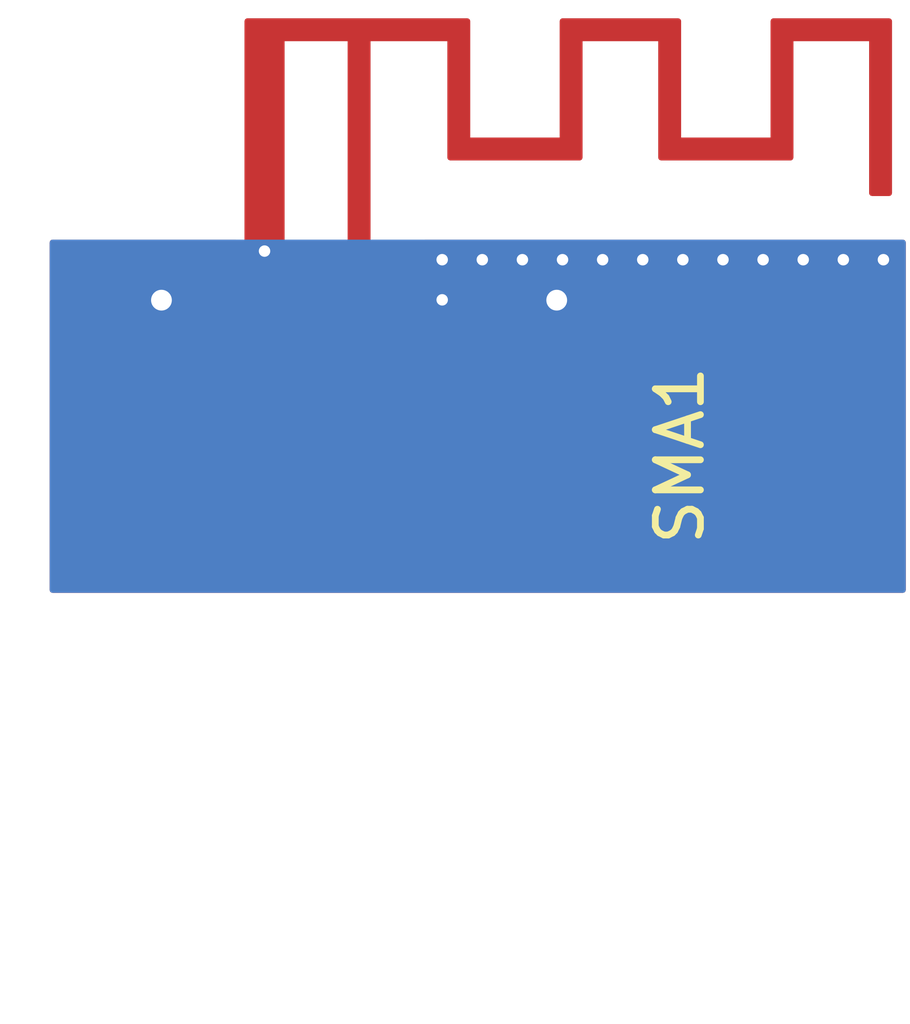
<source format=kicad_pcb>
(kicad_pcb (version 4) (host pcbnew 4.0.5)

  (general
    (links 10)
    (no_connects 0)
    (area 0 0 0 0)
    (thickness 1.6)
    (drawings 6)
    (tracks 14)
    (zones 0)
    (modules 1)
    (nets 2)
  )

  (page A4)
  (layers
    (0 F.Cu signal)
    (31 B.Cu signal)
    (32 B.Adhes user hide)
    (33 F.Adhes user hide)
    (34 B.Paste user hide)
    (35 F.Paste user hide)
    (36 B.SilkS user hide)
    (37 F.SilkS user hide)
    (38 B.Mask user hide)
    (39 F.Mask user hide)
    (40 Dwgs.User user hide)
    (41 Cmts.User user hide)
    (42 Eco1.User user hide)
    (43 Eco2.User user hide)
    (44 Edge.Cuts user)
    (45 Margin user)
    (46 B.CrtYd user)
    (47 F.CrtYd user)
    (48 B.Fab user)
    (49 F.Fab user)
  )

  (setup
    (last_trace_width 0.25)
    (user_trace_width 0.508)
    (user_trace_width 2.29108)
    (trace_clearance 0.2)
    (zone_clearance 0)
    (zone_45_only yes)
    (trace_min 0.127)
    (segment_width 0.2)
    (edge_width 0.09652)
    (via_size 0.6)
    (via_drill 0.4)
    (via_min_size 0.254)
    (via_min_drill 0.2032)
    (user_via 0.3048 0.254)
    (user_via 0.381 0.3048)
    (uvia_size 0.3)
    (uvia_drill 0.1)
    (uvias_allowed no)
    (uvia_min_size 0.2)
    (uvia_min_drill 0.1)
    (pcb_text_width 0.3)
    (pcb_text_size 1.5 1.5)
    (mod_edge_width 0.15)
    (mod_text_size 1 1)
    (mod_text_width 0.15)
    (pad_size 1.5 1.5)
    (pad_drill 0.6)
    (pad_to_mask_clearance 0)
    (aux_axis_origin 144.018 107.5309)
    (grid_origin 144.018 107.5309)
    (visible_elements 7FFFFFFF)
    (pcbplotparams
      (layerselection 0x030f0_80000001)
      (usegerberextensions false)
      (excludeedgelayer true)
      (linewidth 0.025400)
      (plotframeref false)
      (viasonmask false)
      (mode 1)
      (useauxorigin true)
      (hpglpennumber 1)
      (hpglpenspeed 20)
      (hpglpendiameter 15)
      (hpglpenoverlay 2)
      (psnegative false)
      (psa4output false)
      (plotreference true)
      (plotvalue true)
      (plotinvisibletext false)
      (padsonsilk false)
      (subtractmaskfromsilk false)
      (outputformat 1)
      (mirror false)
      (drillshape 0)
      (scaleselection 1)
      (outputdirectory ""))
  )

  (net 0 "")
  (net 1 GND)

  (net_class Default "This is the default net class."
    (clearance 0.2)
    (trace_width 0.25)
    (via_dia 0.6)
    (via_drill 0.4)
    (uvia_dia 0.3)
    (uvia_drill 0.1)
    (add_net GND)
  )

  (module Connectors_Molex:Molex_SMA_Jack_Edge_Mount (layer F.Cu) (tedit 587D2992) (tstamp 58AE1DF6)
    (at 150.876 102.7684 90)
    (descr "Molex SMA Jack, Edge Mount, http://www.molex.com/pdm_docs/sd/732511150_sd.pdf")
    (tags "sma edge")
    (path /58AB8622)
    (attr smd)
    (fp_text reference SMA1 (at -1.72 7.11 90) (layer F.SilkS)
      (effects (font (size 1 1) (thickness 0.15)))
    )
    (fp_text value SMA_JPXSTEM1 (at -1.72 -7.11 90) (layer F.Fab)
      (effects (font (size 1 1) (thickness 0.15)))
    )
    (fp_line (start -4.76 -0.38) (end 0.49 -0.38) (layer F.Fab) (width 0.1))
    (fp_line (start -4.76 0.38) (end 0.49 0.38) (layer F.Fab) (width 0.1))
    (fp_line (start 0.49 -0.38) (end 0.49 0.38) (layer F.Fab) (width 0.1))
    (fp_line (start 0.49 3.75) (end 0.49 4.76) (layer F.Fab) (width 0.1))
    (fp_line (start 0.49 -4.76) (end 0.49 -3.75) (layer F.Fab) (width 0.1))
    (fp_line (start -14.29 -6.09) (end -14.29 6.09) (layer F.CrtYd) (width 0.05))
    (fp_line (start -14.29 6.09) (end 2.71 6.09) (layer F.CrtYd) (width 0.05))
    (fp_line (start 2.71 -6.09) (end 2.71 6.09) (layer B.CrtYd) (width 0.05))
    (fp_line (start -14.29 -6.09) (end 2.71 -6.09) (layer B.CrtYd) (width 0.05))
    (fp_line (start -14.29 -6.09) (end -14.29 6.09) (layer B.CrtYd) (width 0.05))
    (fp_line (start -14.29 6.09) (end 2.71 6.09) (layer B.CrtYd) (width 0.05))
    (fp_line (start 2.71 -6.09) (end 2.71 6.09) (layer F.CrtYd) (width 0.05))
    (fp_line (start 2.71 -6.09) (end -14.29 -6.09) (layer F.CrtYd) (width 0.05))
    (fp_line (start -4.76 -3.75) (end 0.49 -3.75) (layer F.Fab) (width 0.1))
    (fp_line (start -4.76 3.75) (end 0.49 3.75) (layer F.Fab) (width 0.1))
    (fp_line (start -13.79 -2.65) (end -5.91 -2.65) (layer F.Fab) (width 0.1))
    (fp_line (start -13.79 -2.65) (end -13.79 2.65) (layer F.Fab) (width 0.1))
    (fp_line (start -13.79 2.65) (end -5.91 2.65) (layer F.Fab) (width 0.1))
    (fp_line (start -4.76 -3.75) (end -4.76 3.75) (layer F.Fab) (width 0.1))
    (fp_line (start 0.49 -4.76) (end -5.91 -4.76) (layer F.Fab) (width 0.1))
    (fp_line (start -5.91 -4.76) (end -5.91 4.76) (layer F.Fab) (width 0.1))
    (fp_line (start -5.91 4.76) (end 0.49 4.76) (layer F.Fab) (width 0.1))
    (pad 1 smd rect (at -1.72 0 90) (size 5.08 2.29) (layers F.Cu F.Paste F.Mask)
      (net 1 GND))
    (pad 2 smd rect (at -1.72 -4.38 90) (size 5.08 2.42) (layers F.Cu F.Paste F.Mask)
      (net 1 GND))
    (pad 2 smd rect (at -1.72 4.38 90) (size 5.08 2.42) (layers F.Cu F.Paste F.Mask)
      (net 1 GND))
    (pad 2 smd rect (at -1.72 -4.38 90) (size 5.08 2.42) (layers B.Cu B.Paste B.Mask)
      (net 1 GND))
    (pad 2 smd rect (at -1.72 4.38 90) (size 5.08 2.42) (layers B.Cu B.Paste B.Mask)
      (net 1 GND))
    (pad 2 thru_hole circle (at 1.72 -4.38 90) (size 0.97 0.97) (drill 0.46) (layers *.Cu)
      (net 1 GND))
    (pad 2 thru_hole circle (at 1.72 4.38 90) (size 0.97 0.97) (drill 0.46) (layers *.Cu)
      (net 1 GND))
    (pad 2 smd rect (at 1.27 -4.38 90) (size 0.89 0.46) (layers F.Cu)
      (net 1 GND))
    (pad 2 smd rect (at 1.27 4.38 90) (size 0.89 0.46) (layers F.Cu)
      (net 1 GND))
    (pad 2 smd rect (at 1.27 -4.38 90) (size 0.89 0.46) (layers B.Cu)
      (net 1 GND))
    (pad 2 smd rect (at 1.27 4.38 90) (size 0.89 0.46) (layers B.Cu)
      (net 1 GND))
  )

  (gr_line (start 147.828 99.7077) (end 147.828 94.5007) (angle 90) (layer Margin) (width 0.2))
  (gr_line (start 144.018 99.7077) (end 147.828 99.7077) (angle 90) (layer Margin) (width 0.2))
  (gr_line (start 144.018 107.5309) (end 144.018 99.7077) (angle 90) (layer Margin) (width 0.2))
  (gr_line (start 162.9918 107.5309) (end 144.018 107.5309) (angle 90) (layer Margin) (width 0.2))
  (gr_line (start 162.9918 94.5007) (end 162.9918 107.5309) (angle 90) (layer Margin) (width 0.2))
  (gr_line (start 147.828 94.5007) (end 162.9918 94.5007) (angle 90) (layer Margin) (width 0.2))

  (via (at 162.4965 100.1522) (size 0.3048) (drill 0.254) (layers F.Cu B.Cu) (net 0))
  (via (at 161.6075 100.1522) (size 0.3048) (drill 0.254) (layers F.Cu B.Cu) (net 0))
  (via (at 160.7185 100.1522) (size 0.3048) (drill 0.254) (layers F.Cu B.Cu) (net 0))
  (via (at 159.8295 100.1522) (size 0.3048) (drill 0.254) (layers F.Cu B.Cu) (net 0))
  (via (at 158.9405 100.1522) (size 0.3048) (drill 0.254) (layers F.Cu B.Cu) (net 0))
  (via (at 158.0515 100.1522) (size 0.3048) (drill 0.254) (layers F.Cu B.Cu) (net 0))
  (via (at 157.1625 100.1522) (size 0.3048) (drill 0.254) (layers F.Cu B.Cu) (net 0))
  (via (at 156.2735 100.1522) (size 0.3048) (drill 0.254) (layers F.Cu B.Cu) (net 0))
  (via (at 155.3845 100.1522) (size 0.3048) (drill 0.254) (layers F.Cu B.Cu) (net 0))
  (via (at 154.4955 100.1522) (size 0.3048) (drill 0.254) (layers F.Cu B.Cu) (net 0))
  (via (at 153.6065 100.1522) (size 0.3048) (drill 0.254) (layers F.Cu B.Cu) (net 0))
  (via (at 152.7175 101.0412) (size 0.3048) (drill 0.254) (layers F.Cu B.Cu) (net 0))
  (via (at 152.7175 100.1522) (size 0.3048) (drill 0.254) (layers F.Cu B.Cu) (net 0))
  (via (at 148.7805 99.9617) (size 0.3048) (drill 0.254) (layers F.Cu B.Cu) (net 0))

  (zone (net 1) (net_name GND) (layer F.Cu) (tstamp 58AE73CE) (hatch edge 0.508)
    (connect_pads yes (clearance 0.254))
    (min_thickness 0.127)
    (fill yes (mode segment) (arc_segments 16) (thermal_gap 0.508) (thermal_bridge_width 0.508))
    (polygon
      (pts
        (xy 153.3398 97.4471) (xy 155.321 97.4471) (xy 155.321 94.8055) (xy 158.0134 94.8055) (xy 158.0134 97.4471)
        (xy 159.9946 97.4471) (xy 159.9946 94.8055) (xy 162.687 94.8055) (xy 162.687 98.7425) (xy 162.179 98.7425)
        (xy 162.179 95.3135) (xy 160.5026 95.3135) (xy 160.5026 97.9551) (xy 157.5054 97.9551) (xy 157.5054 95.3135)
        (xy 155.829 95.3135) (xy 155.829 97.9551) (xy 152.8318 97.9551) (xy 152.8318 95.3135) (xy 151.13 95.3135)
        (xy 151.13 100.2157) (xy 152.019 100.2157) (xy 152.019 107.0229) (xy 149.733 107.0229) (xy 149.733 100.2157)
        (xy 150.622 100.2157) (xy 150.622 95.3135) (xy 149.225 95.3135) (xy 149.225 100.2157) (xy 148.8567 100.2157)
        (xy 148.8567 100.3427) (xy 149.352 100.3427) (xy 149.352 99.7077) (xy 149.479 99.7077) (xy 149.479 107.2769)
        (xy 152.273 107.2769) (xy 152.273 99.7077) (xy 162.9918 99.7077) (xy 162.9918 107.5309) (xy 144.018 107.5309)
        (xy 144.018 99.7077) (xy 148.209 99.7077) (xy 148.209 100.3427) (xy 148.7043 100.3427) (xy 148.7043 100.2157)
        (xy 148.336 100.2157) (xy 148.336 94.8055) (xy 153.3398 94.8055)
      )
    )
    (filled_polygon
      (pts
        (xy 153.2763 97.4471) (xy 153.281303 97.471805) (xy 153.295523 97.492617) (xy 153.31672 97.506257) (xy 153.3398 97.5106)
        (xy 155.321 97.5106) (xy 155.345705 97.505597) (xy 155.366517 97.491377) (xy 155.380157 97.47018) (xy 155.3845 97.4471)
        (xy 155.3845 94.869) (xy 157.9499 94.869) (xy 157.9499 97.4471) (xy 157.954903 97.471805) (xy 157.969123 97.492617)
        (xy 157.99032 97.506257) (xy 158.0134 97.5106) (xy 159.9946 97.5106) (xy 160.019305 97.505597) (xy 160.040117 97.491377)
        (xy 160.053757 97.47018) (xy 160.0581 97.4471) (xy 160.0581 94.869) (xy 162.6235 94.869) (xy 162.6235 98.679)
        (xy 162.2425 98.679) (xy 162.2425 95.3135) (xy 162.237497 95.288795) (xy 162.223277 95.267983) (xy 162.20208 95.254343)
        (xy 162.179 95.25) (xy 160.5026 95.25) (xy 160.477895 95.255003) (xy 160.457083 95.269223) (xy 160.443443 95.29042)
        (xy 160.4391 95.3135) (xy 160.4391 97.8916) (xy 157.5689 97.8916) (xy 157.5689 95.3135) (xy 157.563897 95.288795)
        (xy 157.549677 95.267983) (xy 157.52848 95.254343) (xy 157.5054 95.25) (xy 155.829 95.25) (xy 155.804295 95.255003)
        (xy 155.783483 95.269223) (xy 155.769843 95.29042) (xy 155.7655 95.3135) (xy 155.7655 97.8916) (xy 152.8953 97.8916)
        (xy 152.8953 95.3135) (xy 152.890297 95.288795) (xy 152.876077 95.267983) (xy 152.85488 95.254343) (xy 152.8318 95.25)
        (xy 151.13 95.25) (xy 151.105295 95.255003) (xy 151.084483 95.269223) (xy 151.070843 95.29042) (xy 151.0665 95.3135)
        (xy 151.0665 100.2157) (xy 151.071503 100.240405) (xy 151.085723 100.261217) (xy 151.10692 100.274857) (xy 151.13 100.2792)
        (xy 151.9555 100.2792) (xy 151.9555 106.9594) (xy 149.7965 106.9594) (xy 149.7965 100.2792) (xy 150.622 100.2792)
        (xy 150.646705 100.274197) (xy 150.667517 100.259977) (xy 150.681157 100.23878) (xy 150.6855 100.2157) (xy 150.6855 95.3135)
        (xy 150.680497 95.288795) (xy 150.666277 95.267983) (xy 150.64508 95.254343) (xy 150.622 95.25) (xy 149.225 95.25)
        (xy 149.200295 95.255003) (xy 149.179483 95.269223) (xy 149.165843 95.29042) (xy 149.1615 95.3135) (xy 149.1615 100.1522)
        (xy 148.8567 100.1522) (xy 148.831995 100.157203) (xy 148.811183 100.171423) (xy 148.797543 100.19262) (xy 148.7932 100.2157)
        (xy 148.7932 100.3427) (xy 148.798203 100.367405) (xy 148.812423 100.388217) (xy 148.83362 100.401857) (xy 148.8567 100.4062)
        (xy 149.352 100.4062) (xy 149.376705 100.401197) (xy 149.397517 100.386977) (xy 149.411157 100.36578) (xy 149.4155 100.3427)
        (xy 149.4155 107.2769) (xy 149.420503 107.301605) (xy 149.434723 107.322417) (xy 149.45592 107.336057) (xy 149.479 107.3404)
        (xy 152.273 107.3404) (xy 152.297705 107.335397) (xy 152.318517 107.321177) (xy 152.332157 107.29998) (xy 152.3365 107.2769)
        (xy 152.3365 99.7712) (xy 162.9283 99.7712) (xy 162.9283 107.4674) (xy 144.0815 107.4674) (xy 144.0815 99.7712)
        (xy 148.1455 99.7712) (xy 148.1455 100.3427) (xy 148.150503 100.367405) (xy 148.164723 100.388217) (xy 148.18592 100.401857)
        (xy 148.209 100.4062) (xy 148.7043 100.4062) (xy 148.729005 100.401197) (xy 148.749817 100.386977) (xy 148.763457 100.36578)
        (xy 148.7678 100.3427) (xy 148.7678 100.2157) (xy 148.762797 100.190995) (xy 148.748577 100.170183) (xy 148.72738 100.156543)
        (xy 148.7043 100.1522) (xy 148.3995 100.1522) (xy 148.3995 94.869) (xy 153.2763 94.869)
      )
    )
    (fill_segments
      (pts (xy 153.2763 94.869) (xy 148.3995 94.869))
      (pts (xy 157.9499 94.869) (xy 155.3845 94.869))
      (pts (xy 162.6235 94.869) (xy 160.0581 94.869))
      (pts (xy 153.2763 94.9452) (xy 148.3995 94.9452))
      (pts (xy 157.9499 94.9452) (xy 155.3845 94.9452))
      (pts (xy 162.6235 94.9452) (xy 160.0581 94.9452))
      (pts (xy 153.2763 95.0214) (xy 148.3995 95.0214))
      (pts (xy 157.9499 95.0214) (xy 155.3845 95.0214))
      (pts (xy 162.6235 95.0214) (xy 160.0581 95.0214))
      (pts (xy 153.2763 95.0976) (xy 148.3995 95.0976))
      (pts (xy 157.9499 95.0976) (xy 155.3845 95.0976))
      (pts (xy 162.6235 95.0976) (xy 160.0581 95.0976))
      (pts (xy 153.2763 95.1738) (xy 148.3995 95.1738))
      (pts (xy 157.9499 95.1738) (xy 155.3845 95.1738))
      (pts (xy 162.6235 95.1738) (xy 160.0581 95.1738))
      (pts (xy 149.225 95.25) (xy 148.3995 95.25))
      (pts (xy 151.13 95.25) (xy 150.622 95.25))
      (pts (xy 153.2763 95.25) (xy 152.8318 95.25))
      (pts (xy 155.829 95.25) (xy 155.3845 95.25))
      (pts (xy 157.9499 95.25) (xy 157.5054 95.25))
      (pts (xy 160.5026 95.25) (xy 160.0581 95.25))
      (pts (xy 162.6235 95.25) (xy 162.179 95.25))
      (pts (xy 149.1615 95.3262) (xy 148.3995 95.3262))
      (pts (xy 151.0665 95.3262) (xy 150.6855 95.3262))
      (pts (xy 153.2763 95.3262) (xy 152.8953 95.3262))
      (pts (xy 155.7655 95.3262) (xy 155.3845 95.3262))
      (pts (xy 157.9499 95.3262) (xy 157.5689 95.3262))
      (pts (xy 160.4391 95.3262) (xy 160.0581 95.3262))
      (pts (xy 162.6235 95.3262) (xy 162.2425 95.3262))
      (pts (xy 149.1615 95.4024) (xy 148.3995 95.4024))
      (pts (xy 151.0665 95.4024) (xy 150.6855 95.4024))
      (pts (xy 153.2763 95.4024) (xy 152.8953 95.4024))
      (pts (xy 155.7655 95.4024) (xy 155.3845 95.4024))
      (pts (xy 157.9499 95.4024) (xy 157.5689 95.4024))
      (pts (xy 160.4391 95.4024) (xy 160.0581 95.4024))
      (pts (xy 162.6235 95.4024) (xy 162.2425 95.4024))
      (pts (xy 149.1615 95.4786) (xy 148.3995 95.4786))
      (pts (xy 151.0665 95.4786) (xy 150.6855 95.4786))
      (pts (xy 153.2763 95.4786) (xy 152.8953 95.4786))
      (pts (xy 155.7655 95.4786) (xy 155.3845 95.4786))
      (pts (xy 157.9499 95.4786) (xy 157.5689 95.4786))
      (pts (xy 160.4391 95.4786) (xy 160.0581 95.4786))
      (pts (xy 162.6235 95.4786) (xy 162.2425 95.4786))
      (pts (xy 149.1615 95.5548) (xy 148.3995 95.5548))
      (pts (xy 151.0665 95.5548) (xy 150.6855 95.5548))
      (pts (xy 153.2763 95.5548) (xy 152.8953 95.5548))
      (pts (xy 155.7655 95.5548) (xy 155.3845 95.5548))
      (pts (xy 157.9499 95.5548) (xy 157.5689 95.5548))
      (pts (xy 160.4391 95.5548) (xy 160.0581 95.5548))
      (pts (xy 162.6235 95.5548) (xy 162.2425 95.5548))
      (pts (xy 149.1615 95.631) (xy 148.3995 95.631))
      (pts (xy 151.0665 95.631) (xy 150.6855 95.631))
      (pts (xy 153.2763 95.631) (xy 152.8953 95.631))
      (pts (xy 155.7655 95.631) (xy 155.3845 95.631))
      (pts (xy 157.9499 95.631) (xy 157.5689 95.631))
      (pts (xy 160.4391 95.631) (xy 160.0581 95.631))
      (pts (xy 162.6235 95.631) (xy 162.2425 95.631))
      (pts (xy 149.1615 95.7072) (xy 148.3995 95.7072))
      (pts (xy 151.0665 95.7072) (xy 150.6855 95.7072))
      (pts (xy 153.2763 95.7072) (xy 152.8953 95.7072))
      (pts (xy 155.7655 95.7072) (xy 155.3845 95.7072))
      (pts (xy 157.9499 95.7072) (xy 157.5689 95.7072))
      (pts (xy 160.4391 95.7072) (xy 160.0581 95.7072))
      (pts (xy 162.6235 95.7072) (xy 162.2425 95.7072))
      (pts (xy 149.1615 95.7834) (xy 148.3995 95.7834))
      (pts (xy 151.0665 95.7834) (xy 150.6855 95.7834))
      (pts (xy 153.2763 95.7834) (xy 152.8953 95.7834))
      (pts (xy 155.7655 95.7834) (xy 155.3845 95.7834))
      (pts (xy 157.9499 95.7834) (xy 157.5689 95.7834))
      (pts (xy 160.4391 95.7834) (xy 160.0581 95.7834))
      (pts (xy 162.6235 95.7834) (xy 162.2425 95.7834))
      (pts (xy 149.1615 95.8596) (xy 148.3995 95.8596))
      (pts (xy 151.0665 95.8596) (xy 150.6855 95.8596))
      (pts (xy 153.2763 95.8596) (xy 152.8953 95.8596))
      (pts (xy 155.7655 95.8596) (xy 155.3845 95.8596))
      (pts (xy 157.9499 95.8596) (xy 157.5689 95.8596))
      (pts (xy 160.4391 95.8596) (xy 160.0581 95.8596))
      (pts (xy 162.6235 95.8596) (xy 162.2425 95.8596))
      (pts (xy 149.1615 95.9358) (xy 148.3995 95.9358))
      (pts (xy 151.0665 95.9358) (xy 150.6855 95.9358))
      (pts (xy 153.2763 95.9358) (xy 152.8953 95.9358))
      (pts (xy 155.7655 95.9358) (xy 155.3845 95.9358))
      (pts (xy 157.9499 95.9358) (xy 157.5689 95.9358))
      (pts (xy 160.4391 95.9358) (xy 160.0581 95.9358))
      (pts (xy 162.6235 95.9358) (xy 162.2425 95.9358))
      (pts (xy 149.1615 96.012) (xy 148.3995 96.012))
      (pts (xy 151.0665 96.012) (xy 150.6855 96.012))
      (pts (xy 153.2763 96.012) (xy 152.8953 96.012))
      (pts (xy 155.7655 96.012) (xy 155.3845 96.012))
      (pts (xy 157.9499 96.012) (xy 157.5689 96.012))
      (pts (xy 160.4391 96.012) (xy 160.0581 96.012))
      (pts (xy 162.6235 96.012) (xy 162.2425 96.012))
      (pts (xy 149.1615 96.0882) (xy 148.3995 96.0882))
      (pts (xy 151.0665 96.0882) (xy 150.6855 96.0882))
      (pts (xy 153.2763 96.0882) (xy 152.8953 96.0882))
      (pts (xy 155.7655 96.0882) (xy 155.3845 96.0882))
      (pts (xy 157.9499 96.0882) (xy 157.5689 96.0882))
      (pts (xy 160.4391 96.0882) (xy 160.0581 96.0882))
      (pts (xy 162.6235 96.0882) (xy 162.2425 96.0882))
      (pts (xy 149.1615 96.1644) (xy 148.3995 96.1644))
      (pts (xy 151.0665 96.1644) (xy 150.6855 96.1644))
      (pts (xy 153.2763 96.1644) (xy 152.8953 96.1644))
      (pts (xy 155.7655 96.1644) (xy 155.3845 96.1644))
      (pts (xy 157.9499 96.1644) (xy 157.5689 96.1644))
      (pts (xy 160.4391 96.1644) (xy 160.0581 96.1644))
      (pts (xy 162.6235 96.1644) (xy 162.2425 96.1644))
      (pts (xy 149.1615 96.2406) (xy 148.3995 96.2406))
      (pts (xy 151.0665 96.2406) (xy 150.6855 96.2406))
      (pts (xy 153.2763 96.2406) (xy 152.8953 96.2406))
      (pts (xy 155.7655 96.2406) (xy 155.3845 96.2406))
      (pts (xy 157.9499 96.2406) (xy 157.5689 96.2406))
      (pts (xy 160.4391 96.2406) (xy 160.0581 96.2406))
      (pts (xy 162.6235 96.2406) (xy 162.2425 96.2406))
      (pts (xy 149.1615 96.3168) (xy 148.3995 96.3168))
      (pts (xy 151.0665 96.3168) (xy 150.6855 96.3168))
      (pts (xy 153.2763 96.3168) (xy 152.8953 96.3168))
      (pts (xy 155.7655 96.3168) (xy 155.3845 96.3168))
      (pts (xy 157.9499 96.3168) (xy 157.5689 96.3168))
      (pts (xy 160.4391 96.3168) (xy 160.0581 96.3168))
      (pts (xy 162.6235 96.3168) (xy 162.2425 96.3168))
      (pts (xy 149.1615 96.393) (xy 148.3995 96.393))
      (pts (xy 151.0665 96.393) (xy 150.6855 96.393))
      (pts (xy 153.2763 96.393) (xy 152.8953 96.393))
      (pts (xy 155.7655 96.393) (xy 155.3845 96.393))
      (pts (xy 157.9499 96.393) (xy 157.5689 96.393))
      (pts (xy 160.4391 96.393) (xy 160.0581 96.393))
      (pts (xy 162.6235 96.393) (xy 162.2425 96.393))
      (pts (xy 149.1615 96.4692) (xy 148.3995 96.4692))
      (pts (xy 151.0665 96.4692) (xy 150.6855 96.4692))
      (pts (xy 153.2763 96.4692) (xy 152.8953 96.4692))
      (pts (xy 155.7655 96.4692) (xy 155.3845 96.4692))
      (pts (xy 157.9499 96.4692) (xy 157.5689 96.4692))
      (pts (xy 160.4391 96.4692) (xy 160.0581 96.4692))
      (pts (xy 162.6235 96.4692) (xy 162.2425 96.4692))
      (pts (xy 149.1615 96.5454) (xy 148.3995 96.5454))
      (pts (xy 151.0665 96.5454) (xy 150.6855 96.5454))
      (pts (xy 153.2763 96.5454) (xy 152.8953 96.5454))
      (pts (xy 155.7655 96.5454) (xy 155.3845 96.5454))
      (pts (xy 157.9499 96.5454) (xy 157.5689 96.5454))
      (pts (xy 160.4391 96.5454) (xy 160.0581 96.5454))
      (pts (xy 162.6235 96.5454) (xy 162.2425 96.5454))
      (pts (xy 149.1615 96.6216) (xy 148.3995 96.6216))
      (pts (xy 151.0665 96.6216) (xy 150.6855 96.6216))
      (pts (xy 153.2763 96.6216) (xy 152.8953 96.6216))
      (pts (xy 155.7655 96.6216) (xy 155.3845 96.6216))
      (pts (xy 157.9499 96.6216) (xy 157.5689 96.6216))
      (pts (xy 160.4391 96.6216) (xy 160.0581 96.6216))
      (pts (xy 162.6235 96.6216) (xy 162.2425 96.6216))
      (pts (xy 149.1615 96.6978) (xy 148.3995 96.6978))
      (pts (xy 151.0665 96.6978) (xy 150.6855 96.6978))
      (pts (xy 153.2763 96.6978) (xy 152.8953 96.6978))
      (pts (xy 155.7655 96.6978) (xy 155.3845 96.6978))
      (pts (xy 157.9499 96.6978) (xy 157.5689 96.6978))
      (pts (xy 160.4391 96.6978) (xy 160.0581 96.6978))
      (pts (xy 162.6235 96.6978) (xy 162.2425 96.6978))
      (pts (xy 149.1615 96.774) (xy 148.3995 96.774))
      (pts (xy 151.0665 96.774) (xy 150.6855 96.774))
      (pts (xy 153.2763 96.774) (xy 152.8953 96.774))
      (pts (xy 155.7655 96.774) (xy 155.3845 96.774))
      (pts (xy 157.9499 96.774) (xy 157.5689 96.774))
      (pts (xy 160.4391 96.774) (xy 160.0581 96.774))
      (pts (xy 162.6235 96.774) (xy 162.2425 96.774))
      (pts (xy 149.1615 96.8502) (xy 148.3995 96.8502))
      (pts (xy 151.0665 96.8502) (xy 150.6855 96.8502))
      (pts (xy 153.2763 96.8502) (xy 152.8953 96.8502))
      (pts (xy 155.7655 96.8502) (xy 155.3845 96.8502))
      (pts (xy 157.9499 96.8502) (xy 157.5689 96.8502))
      (pts (xy 160.4391 96.8502) (xy 160.0581 96.8502))
      (pts (xy 162.6235 96.8502) (xy 162.2425 96.8502))
      (pts (xy 149.1615 96.9264) (xy 148.3995 96.9264))
      (pts (xy 151.0665 96.9264) (xy 150.6855 96.9264))
      (pts (xy 153.2763 96.9264) (xy 152.8953 96.9264))
      (pts (xy 155.7655 96.9264) (xy 155.3845 96.9264))
      (pts (xy 157.9499 96.9264) (xy 157.5689 96.9264))
      (pts (xy 160.4391 96.9264) (xy 160.0581 96.9264))
      (pts (xy 162.6235 96.9264) (xy 162.2425 96.9264))
      (pts (xy 149.1615 97.0026) (xy 148.3995 97.0026))
      (pts (xy 151.0665 97.0026) (xy 150.6855 97.0026))
      (pts (xy 153.2763 97.0026) (xy 152.8953 97.0026))
      (pts (xy 155.7655 97.0026) (xy 155.3845 97.0026))
      (pts (xy 157.9499 97.0026) (xy 157.5689 97.0026))
      (pts (xy 160.4391 97.0026) (xy 160.0581 97.0026))
      (pts (xy 162.6235 97.0026) (xy 162.2425 97.0026))
      (pts (xy 149.1615 97.0788) (xy 148.3995 97.0788))
      (pts (xy 151.0665 97.0788) (xy 150.6855 97.0788))
      (pts (xy 153.2763 97.0788) (xy 152.8953 97.0788))
      (pts (xy 155.7655 97.0788) (xy 155.3845 97.0788))
      (pts (xy 157.9499 97.0788) (xy 157.5689 97.0788))
      (pts (xy 160.4391 97.0788) (xy 160.0581 97.0788))
      (pts (xy 162.6235 97.0788) (xy 162.2425 97.0788))
      (pts (xy 149.1615 97.155) (xy 148.3995 97.155))
      (pts (xy 151.0665 97.155) (xy 150.6855 97.155))
      (pts (xy 153.2763 97.155) (xy 152.8953 97.155))
      (pts (xy 155.7655 97.155) (xy 155.3845 97.155))
      (pts (xy 157.9499 97.155) (xy 157.5689 97.155))
      (pts (xy 160.4391 97.155) (xy 160.0581 97.155))
      (pts (xy 162.6235 97.155) (xy 162.2425 97.155))
      (pts (xy 149.1615 97.2312) (xy 148.3995 97.2312))
      (pts (xy 151.0665 97.2312) (xy 150.6855 97.2312))
      (pts (xy 153.2763 97.2312) (xy 152.8953 97.2312))
      (pts (xy 155.7655 97.2312) (xy 155.3845 97.2312))
      (pts (xy 157.9499 97.2312) (xy 157.5689 97.2312))
      (pts (xy 160.4391 97.2312) (xy 160.0581 97.2312))
      (pts (xy 162.6235 97.2312) (xy 162.2425 97.2312))
      (pts (xy 149.1615 97.3074) (xy 148.3995 97.3074))
      (pts (xy 151.0665 97.3074) (xy 150.6855 97.3074))
      (pts (xy 153.2763 97.3074) (xy 152.8953 97.3074))
      (pts (xy 155.7655 97.3074) (xy 155.3845 97.3074))
      (pts (xy 157.9499 97.3074) (xy 157.5689 97.3074))
      (pts (xy 160.4391 97.3074) (xy 160.0581 97.3074))
      (pts (xy 162.6235 97.3074) (xy 162.2425 97.3074))
      (pts (xy 149.1615 97.3836) (xy 148.3995 97.3836))
      (pts (xy 151.0665 97.3836) (xy 150.6855 97.3836))
      (pts (xy 153.2763 97.3836) (xy 152.8953 97.3836))
      (pts (xy 155.7655 97.3836) (xy 155.3845 97.3836))
      (pts (xy 157.9499 97.3836) (xy 157.5689 97.3836))
      (pts (xy 160.4391 97.3836) (xy 160.0581 97.3836))
      (pts (xy 162.6235 97.3836) (xy 162.2425 97.3836))
      (pts (xy 149.1615 97.4598) (xy 148.3995 97.4598))
      (pts (xy 151.0665 97.4598) (xy 150.6855 97.4598))
      (pts (xy 153.278871 97.4598) (xy 152.8953 97.4598))
      (pts (xy 155.7655 97.4598) (xy 155.38211 97.4598))
      (pts (xy 157.952471 97.4598) (xy 157.5689 97.4598))
      (pts (xy 160.4391 97.4598) (xy 160.05571 97.4598))
      (pts (xy 162.6235 97.4598) (xy 162.2425 97.4598))
      (pts (xy 149.1615 97.536) (xy 148.3995 97.536))
      (pts (xy 151.0665 97.536) (xy 150.6855 97.536))
      (pts (xy 155.7655 97.536) (xy 152.8953 97.536))
      (pts (xy 160.4391 97.536) (xy 157.5689 97.536))
      (pts (xy 162.6235 97.536) (xy 162.2425 97.536))
      (pts (xy 149.1615 97.6122) (xy 148.3995 97.6122))
      (pts (xy 151.0665 97.6122) (xy 150.6855 97.6122))
      (pts (xy 155.7655 97.6122) (xy 152.8953 97.6122))
      (pts (xy 160.4391 97.6122) (xy 157.5689 97.6122))
      (pts (xy 162.6235 97.6122) (xy 162.2425 97.6122))
      (pts (xy 149.1615 97.6884) (xy 148.3995 97.6884))
      (pts (xy 151.0665 97.6884) (xy 150.6855 97.6884))
      (pts (xy 155.7655 97.6884) (xy 152.8953 97.6884))
      (pts (xy 160.4391 97.6884) (xy 157.5689 97.6884))
      (pts (xy 162.6235 97.6884) (xy 162.2425 97.6884))
      (pts (xy 149.1615 97.7646) (xy 148.3995 97.7646))
      (pts (xy 151.0665 97.7646) (xy 150.6855 97.7646))
      (pts (xy 155.7655 97.7646) (xy 152.8953 97.7646))
      (pts (xy 160.4391 97.7646) (xy 157.5689 97.7646))
      (pts (xy 162.6235 97.7646) (xy 162.2425 97.7646))
      (pts (xy 149.1615 97.8408) (xy 148.3995 97.8408))
      (pts (xy 151.0665 97.8408) (xy 150.6855 97.8408))
      (pts (xy 155.7655 97.8408) (xy 152.8953 97.8408))
      (pts (xy 160.4391 97.8408) (xy 157.5689 97.8408))
      (pts (xy 162.6235 97.8408) (xy 162.2425 97.8408))
      (pts (xy 149.1615 97.917) (xy 148.3995 97.917))
      (pts (xy 151.0665 97.917) (xy 150.6855 97.917))
      (pts (xy 162.6235 97.917) (xy 162.2425 97.917))
      (pts (xy 149.1615 97.9932) (xy 148.3995 97.9932))
      (pts (xy 151.0665 97.9932) (xy 150.6855 97.9932))
      (pts (xy 162.6235 97.9932) (xy 162.2425 97.9932))
      (pts (xy 149.1615 98.0694) (xy 148.3995 98.0694))
      (pts (xy 151.0665 98.0694) (xy 150.6855 98.0694))
      (pts (xy 162.6235 98.0694) (xy 162.2425 98.0694))
      (pts (xy 149.1615 98.1456) (xy 148.3995 98.1456))
      (pts (xy 151.0665 98.1456) (xy 150.6855 98.1456))
      (pts (xy 162.6235 98.1456) (xy 162.2425 98.1456))
      (pts (xy 149.1615 98.2218) (xy 148.3995 98.2218))
      (pts (xy 151.0665 98.2218) (xy 150.6855 98.2218))
      (pts (xy 162.6235 98.2218) (xy 162.2425 98.2218))
      (pts (xy 149.1615 98.298) (xy 148.3995 98.298))
      (pts (xy 151.0665 98.298) (xy 150.6855 98.298))
      (pts (xy 162.6235 98.298) (xy 162.2425 98.298))
      (pts (xy 149.1615 98.3742) (xy 148.3995 98.3742))
      (pts (xy 151.0665 98.3742) (xy 150.6855 98.3742))
      (pts (xy 162.6235 98.3742) (xy 162.2425 98.3742))
      (pts (xy 149.1615 98.4504) (xy 148.3995 98.4504))
      (pts (xy 151.0665 98.4504) (xy 150.6855 98.4504))
      (pts (xy 162.6235 98.4504) (xy 162.2425 98.4504))
      (pts (xy 149.1615 98.5266) (xy 148.3995 98.5266))
      (pts (xy 151.0665 98.5266) (xy 150.6855 98.5266))
      (pts (xy 162.6235 98.5266) (xy 162.2425 98.5266))
      (pts (xy 149.1615 98.6028) (xy 148.3995 98.6028))
      (pts (xy 151.0665 98.6028) (xy 150.6855 98.6028))
      (pts (xy 162.6235 98.6028) (xy 162.2425 98.6028))
      (pts (xy 149.1615 98.679) (xy 148.3995 98.679))
      (pts (xy 151.0665 98.679) (xy 150.6855 98.679))
      (pts (xy 149.1615 98.7552) (xy 148.3995 98.7552))
      (pts (xy 151.0665 98.7552) (xy 150.6855 98.7552))
      (pts (xy 149.1615 98.8314) (xy 148.3995 98.8314))
      (pts (xy 151.0665 98.8314) (xy 150.6855 98.8314))
      (pts (xy 149.1615 98.9076) (xy 148.3995 98.9076))
      (pts (xy 151.0665 98.9076) (xy 150.6855 98.9076))
      (pts (xy 149.1615 98.9838) (xy 148.3995 98.9838))
      (pts (xy 151.0665 98.9838) (xy 150.6855 98.9838))
      (pts (xy 149.1615 99.06) (xy 148.3995 99.06))
      (pts (xy 151.0665 99.06) (xy 150.6855 99.06))
      (pts (xy 149.1615 99.1362) (xy 148.3995 99.1362))
      (pts (xy 151.0665 99.1362) (xy 150.6855 99.1362))
      (pts (xy 149.1615 99.2124) (xy 148.3995 99.2124))
      (pts (xy 151.0665 99.2124) (xy 150.6855 99.2124))
      (pts (xy 149.1615 99.2886) (xy 148.3995 99.2886))
      (pts (xy 151.0665 99.2886) (xy 150.6855 99.2886))
      (pts (xy 149.1615 99.3648) (xy 148.3995 99.3648))
      (pts (xy 151.0665 99.3648) (xy 150.6855 99.3648))
      (pts (xy 149.1615 99.441) (xy 148.3995 99.441))
      (pts (xy 151.0665 99.441) (xy 150.6855 99.441))
      (pts (xy 149.1615 99.5172) (xy 148.3995 99.5172))
      (pts (xy 151.0665 99.5172) (xy 150.6855 99.5172))
      (pts (xy 149.1615 99.5934) (xy 148.3995 99.5934))
      (pts (xy 151.0665 99.5934) (xy 150.6855 99.5934))
      (pts (xy 149.1615 99.6696) (xy 148.3995 99.6696))
      (pts (xy 151.0665 99.6696) (xy 150.6855 99.6696))
      (pts (xy 149.1615 99.7458) (xy 148.3995 99.7458))
      (pts (xy 151.0665 99.7458) (xy 150.6855 99.7458))
      (pts (xy 148.1455 99.822) (xy 144.0815 99.822))
      (pts (xy 149.1615 99.822) (xy 148.3995 99.822))
      (pts (xy 151.0665 99.822) (xy 150.6855 99.822))
      (pts (xy 162.9283 99.822) (xy 152.3365 99.822))
      (pts (xy 148.1455 99.8982) (xy 144.0815 99.8982))
      (pts (xy 149.1615 99.8982) (xy 148.3995 99.8982))
      (pts (xy 151.0665 99.8982) (xy 150.6855 99.8982))
      (pts (xy 162.9283 99.8982) (xy 152.3365 99.8982))
      (pts (xy 148.1455 99.9744) (xy 144.0815 99.9744))
      (pts (xy 149.1615 99.9744) (xy 148.3995 99.9744))
      (pts (xy 151.0665 99.9744) (xy 150.6855 99.9744))
      (pts (xy 162.9283 99.9744) (xy 152.3365 99.9744))
      (pts (xy 148.1455 100.0506) (xy 144.0815 100.0506))
      (pts (xy 149.1615 100.0506) (xy 148.3995 100.0506))
      (pts (xy 151.0665 100.0506) (xy 150.6855 100.0506))
      (pts (xy 162.9283 100.0506) (xy 152.3365 100.0506))
      (pts (xy 148.1455 100.1268) (xy 144.0815 100.1268))
      (pts (xy 149.1615 100.1268) (xy 148.3995 100.1268))
      (pts (xy 151.0665 100.1268) (xy 150.6855 100.1268))
      (pts (xy 162.9283 100.1268) (xy 152.3365 100.1268))
      (pts (xy 148.1455 100.203) (xy 144.0815 100.203))
      (pts (xy 148.79559 100.203) (xy 148.765229 100.203))
      (pts (xy 151.0665 100.203) (xy 150.6855 100.203))
      (pts (xy 162.9283 100.203) (xy 152.3365 100.203))
      (pts (xy 148.1455 100.2792) (xy 144.0815 100.2792))
      (pts (xy 148.7932 100.2792) (xy 148.7678 100.2792))
      (pts (xy 151.9555 100.2792) (xy 149.7965 100.2792))
      (pts (xy 162.9283 100.2792) (xy 152.3365 100.2792))
      (pts (xy 148.148071 100.3554) (xy 144.0815 100.3554))
      (pts (xy 148.795771 100.3554) (xy 148.76541 100.3554))
      (pts (xy 149.4155 100.3554) (xy 149.41311 100.3554))
      (pts (xy 151.9555 100.3554) (xy 149.7965 100.3554))
      (pts (xy 162.9283 100.3554) (xy 152.3365 100.3554))
      (pts (xy 149.4155 100.4316) (xy 144.0815 100.4316))
      (pts (xy 151.9555 100.4316) (xy 149.7965 100.4316))
      (pts (xy 162.9283 100.4316) (xy 152.3365 100.4316))
      (pts (xy 149.4155 100.5078) (xy 144.0815 100.5078))
      (pts (xy 151.9555 100.5078) (xy 149.7965 100.5078))
      (pts (xy 162.9283 100.5078) (xy 152.3365 100.5078))
      (pts (xy 149.4155 100.584) (xy 144.0815 100.584))
      (pts (xy 151.9555 100.584) (xy 149.7965 100.584))
      (pts (xy 162.9283 100.584) (xy 152.3365 100.584))
      (pts (xy 149.4155 100.6602) (xy 144.0815 100.6602))
      (pts (xy 151.9555 100.6602) (xy 149.7965 100.6602))
      (pts (xy 162.9283 100.6602) (xy 152.3365 100.6602))
      (pts (xy 149.4155 100.7364) (xy 144.0815 100.7364))
      (pts (xy 151.9555 100.7364) (xy 149.7965 100.7364))
      (pts (xy 162.9283 100.7364) (xy 152.3365 100.7364))
      (pts (xy 149.4155 100.8126) (xy 144.0815 100.8126))
      (pts (xy 151.9555 100.8126) (xy 149.7965 100.8126))
      (pts (xy 162.9283 100.8126) (xy 152.3365 100.8126))
      (pts (xy 149.4155 100.8888) (xy 144.0815 100.8888))
      (pts (xy 151.9555 100.8888) (xy 149.7965 100.8888))
      (pts (xy 162.9283 100.8888) (xy 152.3365 100.8888))
      (pts (xy 149.4155 100.965) (xy 144.0815 100.965))
      (pts (xy 151.9555 100.965) (xy 149.7965 100.965))
      (pts (xy 162.9283 100.965) (xy 152.3365 100.965))
      (pts (xy 149.4155 101.0412) (xy 144.0815 101.0412))
      (pts (xy 151.9555 101.0412) (xy 149.7965 101.0412))
      (pts (xy 162.9283 101.0412) (xy 152.3365 101.0412))
      (pts (xy 149.4155 101.1174) (xy 144.0815 101.1174))
      (pts (xy 151.9555 101.1174) (xy 149.7965 101.1174))
      (pts (xy 162.9283 101.1174) (xy 152.3365 101.1174))
      (pts (xy 149.4155 101.1936) (xy 144.0815 101.1936))
      (pts (xy 151.9555 101.1936) (xy 149.7965 101.1936))
      (pts (xy 162.9283 101.1936) (xy 152.3365 101.1936))
      (pts (xy 149.4155 101.2698) (xy 144.0815 101.2698))
      (pts (xy 151.9555 101.2698) (xy 149.7965 101.2698))
      (pts (xy 162.9283 101.2698) (xy 152.3365 101.2698))
      (pts (xy 149.4155 101.346) (xy 144.0815 101.346))
      (pts (xy 151.9555 101.346) (xy 149.7965 101.346))
      (pts (xy 162.9283 101.346) (xy 152.3365 101.346))
      (pts (xy 149.4155 101.4222) (xy 144.0815 101.4222))
      (pts (xy 151.9555 101.4222) (xy 149.7965 101.4222))
      (pts (xy 162.9283 101.4222) (xy 152.3365 101.4222))
      (pts (xy 149.4155 101.4984) (xy 144.0815 101.4984))
      (pts (xy 151.9555 101.4984) (xy 149.7965 101.4984))
      (pts (xy 162.9283 101.4984) (xy 152.3365 101.4984))
      (pts (xy 149.4155 101.5746) (xy 144.0815 101.5746))
      (pts (xy 151.9555 101.5746) (xy 149.7965 101.5746))
      (pts (xy 162.9283 101.5746) (xy 152.3365 101.5746))
      (pts (xy 149.4155 101.6508) (xy 144.0815 101.6508))
      (pts (xy 151.9555 101.6508) (xy 149.7965 101.6508))
      (pts (xy 162.9283 101.6508) (xy 152.3365 101.6508))
      (pts (xy 149.4155 101.727) (xy 144.0815 101.727))
      (pts (xy 151.9555 101.727) (xy 149.7965 101.727))
      (pts (xy 162.9283 101.727) (xy 152.3365 101.727))
      (pts (xy 149.4155 101.8032) (xy 144.0815 101.8032))
      (pts (xy 151.9555 101.8032) (xy 149.7965 101.8032))
      (pts (xy 162.9283 101.8032) (xy 152.3365 101.8032))
      (pts (xy 149.4155 101.8794) (xy 144.0815 101.8794))
      (pts (xy 151.9555 101.8794) (xy 149.7965 101.8794))
      (pts (xy 162.9283 101.8794) (xy 152.3365 101.8794))
      (pts (xy 149.4155 101.9556) (xy 144.0815 101.9556))
      (pts (xy 151.9555 101.9556) (xy 149.7965 101.9556))
      (pts (xy 162.9283 101.9556) (xy 152.3365 101.9556))
      (pts (xy 149.4155 102.0318) (xy 144.0815 102.0318))
      (pts (xy 151.9555 102.0318) (xy 149.7965 102.0318))
      (pts (xy 162.9283 102.0318) (xy 152.3365 102.0318))
      (pts (xy 149.4155 102.108) (xy 144.0815 102.108))
      (pts (xy 151.9555 102.108) (xy 149.7965 102.108))
      (pts (xy 162.9283 102.108) (xy 152.3365 102.108))
      (pts (xy 149.4155 102.1842) (xy 144.0815 102.1842))
      (pts (xy 151.9555 102.1842) (xy 149.7965 102.1842))
      (pts (xy 162.9283 102.1842) (xy 152.3365 102.1842))
      (pts (xy 149.4155 102.2604) (xy 144.0815 102.2604))
      (pts (xy 151.9555 102.2604) (xy 149.7965 102.2604))
      (pts (xy 162.9283 102.2604) (xy 152.3365 102.2604))
      (pts (xy 149.4155 102.3366) (xy 144.0815 102.3366))
      (pts (xy 151.9555 102.3366) (xy 149.7965 102.3366))
      (pts (xy 162.9283 102.3366) (xy 152.3365 102.3366))
      (pts (xy 149.4155 102.4128) (xy 144.0815 102.4128))
      (pts (xy 151.9555 102.4128) (xy 149.7965 102.4128))
      (pts (xy 162.9283 102.4128) (xy 152.3365 102.4128))
      (pts (xy 149.4155 102.489) (xy 144.0815 102.489))
      (pts (xy 151.9555 102.489) (xy 149.7965 102.489))
      (pts (xy 162.9283 102.489) (xy 152.3365 102.489))
      (pts (xy 149.4155 102.5652) (xy 144.0815 102.5652))
      (pts (xy 151.9555 102.5652) (xy 149.7965 102.5652))
      (pts (xy 162.9283 102.5652) (xy 152.3365 102.5652))
      (pts (xy 149.4155 102.6414) (xy 144.0815 102.6414))
      (pts (xy 151.9555 102.6414) (xy 149.7965 102.6414))
      (pts (xy 162.9283 102.6414) (xy 152.3365 102.6414))
      (pts (xy 149.4155 102.7176) (xy 144.0815 102.7176))
      (pts (xy 151.9555 102.7176) (xy 149.7965 102.7176))
      (pts (xy 162.9283 102.7176) (xy 152.3365 102.7176))
      (pts (xy 149.4155 102.7938) (xy 144.0815 102.7938))
      (pts (xy 151.9555 102.7938) (xy 149.7965 102.7938))
      (pts (xy 162.9283 102.7938) (xy 152.3365 102.7938))
      (pts (xy 149.4155 102.87) (xy 144.0815 102.87))
      (pts (xy 151.9555 102.87) (xy 149.7965 102.87))
      (pts (xy 162.9283 102.87) (xy 152.3365 102.87))
      (pts (xy 149.4155 102.9462) (xy 144.0815 102.9462))
      (pts (xy 151.9555 102.9462) (xy 149.7965 102.9462))
      (pts (xy 162.9283 102.9462) (xy 152.3365 102.9462))
      (pts (xy 149.4155 103.0224) (xy 144.0815 103.0224))
      (pts (xy 151.9555 103.0224) (xy 149.7965 103.0224))
      (pts (xy 162.9283 103.0224) (xy 152.3365 103.0224))
      (pts (xy 149.4155 103.0986) (xy 144.0815 103.0986))
      (pts (xy 151.9555 103.0986) (xy 149.7965 103.0986))
      (pts (xy 162.9283 103.0986) (xy 152.3365 103.0986))
      (pts (xy 149.4155 103.1748) (xy 144.0815 103.1748))
      (pts (xy 151.9555 103.1748) (xy 149.7965 103.1748))
      (pts (xy 162.9283 103.1748) (xy 152.3365 103.1748))
      (pts (xy 149.4155 103.251) (xy 144.0815 103.251))
      (pts (xy 151.9555 103.251) (xy 149.7965 103.251))
      (pts (xy 162.9283 103.251) (xy 152.3365 103.251))
      (pts (xy 149.4155 103.3272) (xy 144.0815 103.3272))
      (pts (xy 151.9555 103.3272) (xy 149.7965 103.3272))
      (pts (xy 162.9283 103.3272) (xy 152.3365 103.3272))
      (pts (xy 149.4155 103.4034) (xy 144.0815 103.4034))
      (pts (xy 151.9555 103.4034) (xy 149.7965 103.4034))
      (pts (xy 162.9283 103.4034) (xy 152.3365 103.4034))
      (pts (xy 149.4155 103.4796) (xy 144.0815 103.4796))
      (pts (xy 151.9555 103.4796) (xy 149.7965 103.4796))
      (pts (xy 162.9283 103.4796) (xy 152.3365 103.4796))
      (pts (xy 149.4155 103.5558) (xy 144.0815 103.5558))
      (pts (xy 151.9555 103.5558) (xy 149.7965 103.5558))
      (pts (xy 162.9283 103.5558) (xy 152.3365 103.5558))
      (pts (xy 149.4155 103.632) (xy 144.0815 103.632))
      (pts (xy 151.9555 103.632) (xy 149.7965 103.632))
      (pts (xy 162.9283 103.632) (xy 152.3365 103.632))
      (pts (xy 149.4155 103.7082) (xy 144.0815 103.7082))
      (pts (xy 151.9555 103.7082) (xy 149.7965 103.7082))
      (pts (xy 162.9283 103.7082) (xy 152.3365 103.7082))
      (pts (xy 149.4155 103.7844) (xy 144.0815 103.7844))
      (pts (xy 151.9555 103.7844) (xy 149.7965 103.7844))
      (pts (xy 162.9283 103.7844) (xy 152.3365 103.7844))
      (pts (xy 149.4155 103.8606) (xy 144.0815 103.8606))
      (pts (xy 151.9555 103.8606) (xy 149.7965 103.8606))
      (pts (xy 162.9283 103.8606) (xy 152.3365 103.8606))
      (pts (xy 149.4155 103.9368) (xy 144.0815 103.9368))
      (pts (xy 151.9555 103.9368) (xy 149.7965 103.9368))
      (pts (xy 162.9283 103.9368) (xy 152.3365 103.9368))
      (pts (xy 149.4155 104.013) (xy 144.0815 104.013))
      (pts (xy 151.9555 104.013) (xy 149.7965 104.013))
      (pts (xy 162.9283 104.013) (xy 152.3365 104.013))
      (pts (xy 149.4155 104.0892) (xy 144.0815 104.0892))
      (pts (xy 151.9555 104.0892) (xy 149.7965 104.0892))
      (pts (xy 162.9283 104.0892) (xy 152.3365 104.0892))
      (pts (xy 149.4155 104.1654) (xy 144.0815 104.1654))
      (pts (xy 151.9555 104.1654) (xy 149.7965 104.1654))
      (pts (xy 162.9283 104.1654) (xy 152.3365 104.1654))
      (pts (xy 149.4155 104.2416) (xy 144.0815 104.2416))
      (pts (xy 151.9555 104.2416) (xy 149.7965 104.2416))
      (pts (xy 162.9283 104.2416) (xy 152.3365 104.2416))
      (pts (xy 149.4155 104.3178) (xy 144.0815 104.3178))
      (pts (xy 151.9555 104.3178) (xy 149.7965 104.3178))
      (pts (xy 162.9283 104.3178) (xy 152.3365 104.3178))
      (pts (xy 149.4155 104.394) (xy 144.0815 104.394))
      (pts (xy 151.9555 104.394) (xy 149.7965 104.394))
      (pts (xy 162.9283 104.394) (xy 152.3365 104.394))
      (pts (xy 149.4155 104.4702) (xy 144.0815 104.4702))
      (pts (xy 151.9555 104.4702) (xy 149.7965 104.4702))
      (pts (xy 162.9283 104.4702) (xy 152.3365 104.4702))
      (pts (xy 149.4155 104.5464) (xy 144.0815 104.5464))
      (pts (xy 151.9555 104.5464) (xy 149.7965 104.5464))
      (pts (xy 162.9283 104.5464) (xy 152.3365 104.5464))
      (pts (xy 149.4155 104.6226) (xy 144.0815 104.6226))
      (pts (xy 151.9555 104.6226) (xy 149.7965 104.6226))
      (pts (xy 162.9283 104.6226) (xy 152.3365 104.6226))
      (pts (xy 149.4155 104.6988) (xy 144.0815 104.6988))
      (pts (xy 151.9555 104.6988) (xy 149.7965 104.6988))
      (pts (xy 162.9283 104.6988) (xy 152.3365 104.6988))
      (pts (xy 149.4155 104.775) (xy 144.0815 104.775))
      (pts (xy 151.9555 104.775) (xy 149.7965 104.775))
      (pts (xy 162.9283 104.775) (xy 152.3365 104.775))
      (pts (xy 149.4155 104.8512) (xy 144.0815 104.8512))
      (pts (xy 151.9555 104.8512) (xy 149.7965 104.8512))
      (pts (xy 162.9283 104.8512) (xy 152.3365 104.8512))
      (pts (xy 149.4155 104.9274) (xy 144.0815 104.9274))
      (pts (xy 151.9555 104.9274) (xy 149.7965 104.9274))
      (pts (xy 162.9283 104.9274) (xy 152.3365 104.9274))
      (pts (xy 149.4155 105.0036) (xy 144.0815 105.0036))
      (pts (xy 151.9555 105.0036) (xy 149.7965 105.0036))
      (pts (xy 162.9283 105.0036) (xy 152.3365 105.0036))
      (pts (xy 149.4155 105.0798) (xy 144.0815 105.0798))
      (pts (xy 151.9555 105.0798) (xy 149.7965 105.0798))
      (pts (xy 162.9283 105.0798) (xy 152.3365 105.0798))
      (pts (xy 149.4155 105.156) (xy 144.0815 105.156))
      (pts (xy 151.9555 105.156) (xy 149.7965 105.156))
      (pts (xy 162.9283 105.156) (xy 152.3365 105.156))
      (pts (xy 149.4155 105.2322) (xy 144.0815 105.2322))
      (pts (xy 151.9555 105.2322) (xy 149.7965 105.2322))
      (pts (xy 162.9283 105.2322) (xy 152.3365 105.2322))
      (pts (xy 149.4155 105.3084) (xy 144.0815 105.3084))
      (pts (xy 151.9555 105.3084) (xy 149.7965 105.3084))
      (pts (xy 162.9283 105.3084) (xy 152.3365 105.3084))
      (pts (xy 149.4155 105.3846) (xy 144.0815 105.3846))
      (pts (xy 151.9555 105.3846) (xy 149.7965 105.3846))
      (pts (xy 162.9283 105.3846) (xy 152.3365 105.3846))
      (pts (xy 149.4155 105.4608) (xy 144.0815 105.4608))
      (pts (xy 151.9555 105.4608) (xy 149.7965 105.4608))
      (pts (xy 162.9283 105.4608) (xy 152.3365 105.4608))
      (pts (xy 149.4155 105.537) (xy 144.0815 105.537))
      (pts (xy 151.9555 105.537) (xy 149.7965 105.537))
      (pts (xy 162.9283 105.537) (xy 152.3365 105.537))
      (pts (xy 149.4155 105.6132) (xy 144.0815 105.6132))
      (pts (xy 151.9555 105.6132) (xy 149.7965 105.6132))
      (pts (xy 162.9283 105.6132) (xy 152.3365 105.6132))
      (pts (xy 149.4155 105.6894) (xy 144.0815 105.6894))
      (pts (xy 151.9555 105.6894) (xy 149.7965 105.6894))
      (pts (xy 162.9283 105.6894) (xy 152.3365 105.6894))
      (pts (xy 149.4155 105.7656) (xy 144.0815 105.7656))
      (pts (xy 151.9555 105.7656) (xy 149.7965 105.7656))
      (pts (xy 162.9283 105.7656) (xy 152.3365 105.7656))
      (pts (xy 149.4155 105.8418) (xy 144.0815 105.8418))
      (pts (xy 151.9555 105.8418) (xy 149.7965 105.8418))
      (pts (xy 162.9283 105.8418) (xy 152.3365 105.8418))
      (pts (xy 149.4155 105.918) (xy 144.0815 105.918))
      (pts (xy 151.9555 105.918) (xy 149.7965 105.918))
      (pts (xy 162.9283 105.918) (xy 152.3365 105.918))
      (pts (xy 149.4155 105.9942) (xy 144.0815 105.9942))
      (pts (xy 151.9555 105.9942) (xy 149.7965 105.9942))
      (pts (xy 162.9283 105.9942) (xy 152.3365 105.9942))
      (pts (xy 149.4155 106.0704) (xy 144.0815 106.0704))
      (pts (xy 151.9555 106.0704) (xy 149.7965 106.0704))
      (pts (xy 162.9283 106.0704) (xy 152.3365 106.0704))
      (pts (xy 149.4155 106.1466) (xy 144.0815 106.1466))
      (pts (xy 151.9555 106.1466) (xy 149.7965 106.1466))
      (pts (xy 162.9283 106.1466) (xy 152.3365 106.1466))
      (pts (xy 149.4155 106.2228) (xy 144.0815 106.2228))
      (pts (xy 151.9555 106.2228) (xy 149.7965 106.2228))
      (pts (xy 162.9283 106.2228) (xy 152.3365 106.2228))
      (pts (xy 149.4155 106.299) (xy 144.0815 106.299))
      (pts (xy 151.9555 106.299) (xy 149.7965 106.299))
      (pts (xy 162.9283 106.299) (xy 152.3365 106.299))
      (pts (xy 149.4155 106.3752) (xy 144.0815 106.3752))
      (pts (xy 151.9555 106.3752) (xy 149.7965 106.3752))
      (pts (xy 162.9283 106.3752) (xy 152.3365 106.3752))
      (pts (xy 149.4155 106.4514) (xy 144.0815 106.4514))
      (pts (xy 151.9555 106.4514) (xy 149.7965 106.4514))
      (pts (xy 162.9283 106.4514) (xy 152.3365 106.4514))
      (pts (xy 149.4155 106.5276) (xy 144.0815 106.5276))
      (pts (xy 151.9555 106.5276) (xy 149.7965 106.5276))
      (pts (xy 162.9283 106.5276) (xy 152.3365 106.5276))
      (pts (xy 149.4155 106.6038) (xy 144.0815 106.6038))
      (pts (xy 151.9555 106.6038) (xy 149.7965 106.6038))
      (pts (xy 162.9283 106.6038) (xy 152.3365 106.6038))
      (pts (xy 149.4155 106.68) (xy 144.0815 106.68))
      (pts (xy 151.9555 106.68) (xy 149.7965 106.68))
      (pts (xy 162.9283 106.68) (xy 152.3365 106.68))
      (pts (xy 149.4155 106.7562) (xy 144.0815 106.7562))
      (pts (xy 151.9555 106.7562) (xy 149.7965 106.7562))
      (pts (xy 162.9283 106.7562) (xy 152.3365 106.7562))
      (pts (xy 149.4155 106.8324) (xy 144.0815 106.8324))
      (pts (xy 151.9555 106.8324) (xy 149.7965 106.8324))
      (pts (xy 162.9283 106.8324) (xy 152.3365 106.8324))
      (pts (xy 149.4155 106.9086) (xy 144.0815 106.9086))
      (pts (xy 151.9555 106.9086) (xy 149.7965 106.9086))
      (pts (xy 162.9283 106.9086) (xy 152.3365 106.9086))
      (pts (xy 149.4155 106.9848) (xy 144.0815 106.9848))
      (pts (xy 162.9283 106.9848) (xy 152.3365 106.9848))
      (pts (xy 149.4155 107.061) (xy 144.0815 107.061))
      (pts (xy 162.9283 107.061) (xy 152.3365 107.061))
      (pts (xy 149.4155 107.1372) (xy 144.0815 107.1372))
      (pts (xy 162.9283 107.1372) (xy 152.3365 107.1372))
      (pts (xy 149.4155 107.2134) (xy 144.0815 107.2134))
      (pts (xy 162.9283 107.2134) (xy 152.3365 107.2134))
      (pts (xy 149.418071 107.2896) (xy 144.0815 107.2896))
      (pts (xy 162.9283 107.2896) (xy 152.33411 107.2896))
      (pts (xy 162.9283 107.3658) (xy 144.0815 107.3658))
      (pts (xy 162.9283 107.442) (xy 144.0815 107.442))
    )
  )
  (zone (net 1) (net_name GND) (layer B.Cu) (tstamp 58AE73CE) (hatch edge 0.508)
    (connect_pads yes (clearance 0.254))
    (min_thickness 0.127)
    (fill yes (mode segment) (arc_segments 16) (thermal_gap 0.508) (thermal_bridge_width 0.508))
    (polygon
      (pts
        (xy 162.9918 107.5309) (xy 144.018 107.5309) (xy 144.018 99.7077) (xy 162.9918 99.7077)
      )
    )
    (filled_polygon
      (pts
        (xy 162.9283 107.4674) (xy 144.0815 107.4674) (xy 144.0815 99.7712) (xy 162.9283 99.7712)
      )
    )
    (fill_segments
      (pts (xy 162.9283 99.7712) (xy 144.0815 99.7712))
      (pts (xy 162.9283 99.8474) (xy 144.0815 99.8474))
      (pts (xy 162.9283 99.9236) (xy 144.0815 99.9236))
      (pts (xy 162.9283 99.9998) (xy 144.0815 99.9998))
      (pts (xy 162.9283 100.076) (xy 144.0815 100.076))
      (pts (xy 162.9283 100.1522) (xy 144.0815 100.1522))
      (pts (xy 162.9283 100.2284) (xy 144.0815 100.2284))
      (pts (xy 162.9283 100.3046) (xy 144.0815 100.3046))
      (pts (xy 162.9283 100.3808) (xy 144.0815 100.3808))
      (pts (xy 162.9283 100.457) (xy 144.0815 100.457))
      (pts (xy 162.9283 100.5332) (xy 144.0815 100.5332))
      (pts (xy 162.9283 100.6094) (xy 144.0815 100.6094))
      (pts (xy 162.9283 100.6856) (xy 144.0815 100.6856))
      (pts (xy 162.9283 100.7618) (xy 144.0815 100.7618))
      (pts (xy 162.9283 100.838) (xy 144.0815 100.838))
      (pts (xy 162.9283 100.9142) (xy 144.0815 100.9142))
      (pts (xy 162.9283 100.9904) (xy 144.0815 100.9904))
      (pts (xy 162.9283 101.0666) (xy 144.0815 101.0666))
      (pts (xy 162.9283 101.1428) (xy 144.0815 101.1428))
      (pts (xy 162.9283 101.219) (xy 144.0815 101.219))
      (pts (xy 162.9283 101.2952) (xy 144.0815 101.2952))
      (pts (xy 162.9283 101.3714) (xy 144.0815 101.3714))
      (pts (xy 162.9283 101.4476) (xy 144.0815 101.4476))
      (pts (xy 162.9283 101.5238) (xy 144.0815 101.5238))
      (pts (xy 162.9283 101.6) (xy 144.0815 101.6))
      (pts (xy 162.9283 101.6762) (xy 144.0815 101.6762))
      (pts (xy 162.9283 101.7524) (xy 144.0815 101.7524))
      (pts (xy 162.9283 101.8286) (xy 144.0815 101.8286))
      (pts (xy 162.9283 101.9048) (xy 144.0815 101.9048))
      (pts (xy 162.9283 101.981) (xy 144.0815 101.981))
      (pts (xy 162.9283 102.0572) (xy 144.0815 102.0572))
      (pts (xy 162.9283 102.1334) (xy 144.0815 102.1334))
      (pts (xy 162.9283 102.2096) (xy 144.0815 102.2096))
      (pts (xy 162.9283 102.2858) (xy 144.0815 102.2858))
      (pts (xy 162.9283 102.362) (xy 144.0815 102.362))
      (pts (xy 162.9283 102.4382) (xy 144.0815 102.4382))
      (pts (xy 162.9283 102.5144) (xy 144.0815 102.5144))
      (pts (xy 162.9283 102.5906) (xy 144.0815 102.5906))
      (pts (xy 162.9283 102.6668) (xy 144.0815 102.6668))
      (pts (xy 162.9283 102.743) (xy 144.0815 102.743))
      (pts (xy 162.9283 102.8192) (xy 144.0815 102.8192))
      (pts (xy 162.9283 102.8954) (xy 144.0815 102.8954))
      (pts (xy 162.9283 102.9716) (xy 144.0815 102.9716))
      (pts (xy 162.9283 103.0478) (xy 144.0815 103.0478))
      (pts (xy 162.9283 103.124) (xy 144.0815 103.124))
      (pts (xy 162.9283 103.2002) (xy 144.0815 103.2002))
      (pts (xy 162.9283 103.2764) (xy 144.0815 103.2764))
      (pts (xy 162.9283 103.3526) (xy 144.0815 103.3526))
      (pts (xy 162.9283 103.4288) (xy 144.0815 103.4288))
      (pts (xy 162.9283 103.505) (xy 144.0815 103.505))
      (pts (xy 162.9283 103.5812) (xy 144.0815 103.5812))
      (pts (xy 162.9283 103.6574) (xy 144.0815 103.6574))
      (pts (xy 162.9283 103.7336) (xy 144.0815 103.7336))
      (pts (xy 162.9283 103.8098) (xy 144.0815 103.8098))
      (pts (xy 162.9283 103.886) (xy 144.0815 103.886))
      (pts (xy 162.9283 103.9622) (xy 144.0815 103.9622))
      (pts (xy 162.9283 104.0384) (xy 144.0815 104.0384))
      (pts (xy 162.9283 104.1146) (xy 144.0815 104.1146))
      (pts (xy 162.9283 104.1908) (xy 144.0815 104.1908))
      (pts (xy 162.9283 104.267) (xy 144.0815 104.267))
      (pts (xy 162.9283 104.3432) (xy 144.0815 104.3432))
      (pts (xy 162.9283 104.4194) (xy 144.0815 104.4194))
      (pts (xy 162.9283 104.4956) (xy 144.0815 104.4956))
      (pts (xy 162.9283 104.5718) (xy 144.0815 104.5718))
      (pts (xy 162.9283 104.648) (xy 144.0815 104.648))
      (pts (xy 162.9283 104.7242) (xy 144.0815 104.7242))
      (pts (xy 162.9283 104.8004) (xy 144.0815 104.8004))
      (pts (xy 162.9283 104.8766) (xy 144.0815 104.8766))
      (pts (xy 162.9283 104.9528) (xy 144.0815 104.9528))
      (pts (xy 162.9283 105.029) (xy 144.0815 105.029))
      (pts (xy 162.9283 105.1052) (xy 144.0815 105.1052))
      (pts (xy 162.9283 105.1814) (xy 144.0815 105.1814))
      (pts (xy 162.9283 105.2576) (xy 144.0815 105.2576))
      (pts (xy 162.9283 105.3338) (xy 144.0815 105.3338))
      (pts (xy 162.9283 105.41) (xy 144.0815 105.41))
      (pts (xy 162.9283 105.4862) (xy 144.0815 105.4862))
      (pts (xy 162.9283 105.5624) (xy 144.0815 105.5624))
      (pts (xy 162.9283 105.6386) (xy 144.0815 105.6386))
      (pts (xy 162.9283 105.7148) (xy 144.0815 105.7148))
      (pts (xy 162.9283 105.791) (xy 144.0815 105.791))
      (pts (xy 162.9283 105.8672) (xy 144.0815 105.8672))
      (pts (xy 162.9283 105.9434) (xy 144.0815 105.9434))
      (pts (xy 162.9283 106.0196) (xy 144.0815 106.0196))
      (pts (xy 162.9283 106.0958) (xy 144.0815 106.0958))
      (pts (xy 162.9283 106.172) (xy 144.0815 106.172))
      (pts (xy 162.9283 106.2482) (xy 144.0815 106.2482))
      (pts (xy 162.9283 106.3244) (xy 144.0815 106.3244))
      (pts (xy 162.9283 106.4006) (xy 144.0815 106.4006))
      (pts (xy 162.9283 106.4768) (xy 144.0815 106.4768))
      (pts (xy 162.9283 106.553) (xy 144.0815 106.553))
      (pts (xy 162.9283 106.6292) (xy 144.0815 106.6292))
      (pts (xy 162.9283 106.7054) (xy 144.0815 106.7054))
      (pts (xy 162.9283 106.7816) (xy 144.0815 106.7816))
      (pts (xy 162.9283 106.8578) (xy 144.0815 106.8578))
      (pts (xy 162.9283 106.934) (xy 144.0815 106.934))
      (pts (xy 162.9283 107.0102) (xy 144.0815 107.0102))
      (pts (xy 162.9283 107.0864) (xy 144.0815 107.0864))
      (pts (xy 162.9283 107.1626) (xy 144.0815 107.1626))
      (pts (xy 162.9283 107.2388) (xy 144.0815 107.2388))
      (pts (xy 162.9283 107.315) (xy 144.0815 107.315))
      (pts (xy 162.9283 107.3912) (xy 144.0815 107.3912))
    )
  )
)

</source>
